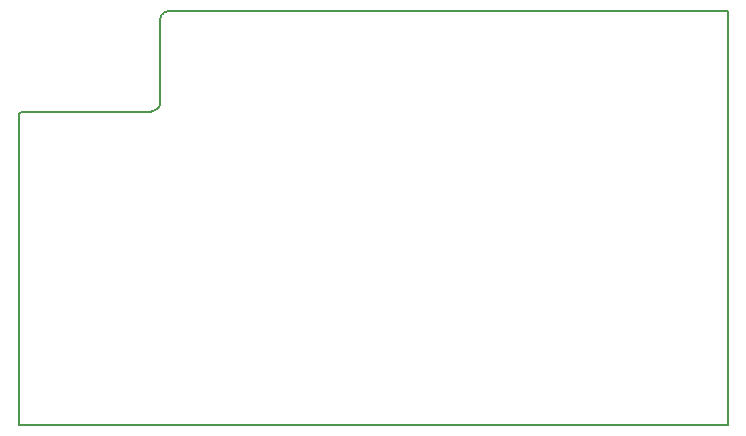
<source format=gko>
G04*
G04 #@! TF.GenerationSoftware,Altium Limited,Altium Designer,18.0.12 (696)*
G04*
G04 Layer_Color=16711935*
%FSLAX44Y44*%
%MOMM*%
G71*
G01*
G75*
%ADD20C,0.1520*%
D20*
Y261586D01*
Y0D02*
X600202D01*
Y350012D01*
X129000D02*
X600202D01*
X126828Y350000D02*
X129000Y350012D01*
X126156Y350000D02*
X126828Y350000D01*
X124837Y349738D02*
X126156Y350000D01*
X123594Y349223D02*
X124837Y349738D01*
X122476Y348475D02*
X123594Y349223D01*
X122000Y348000D02*
X122476Y348475D01*
X121524Y347524D02*
X122000Y348000D01*
X120777Y346406D02*
X121524Y347524D01*
X120262Y345163D02*
X120777Y346406D01*
X120000Y343844D02*
X120262Y345163D01*
X120000Y343172D02*
Y343844D01*
X120000Y274828D02*
X120000Y343172D01*
X120000Y274828D02*
X120053Y273918D01*
X119892Y272102D02*
X120053Y273918D01*
X119380Y270353D02*
X119892Y272102D01*
X118536Y268738D02*
X119380Y270353D01*
X118000Y268000D02*
X118536Y268738D01*
X117184Y267300D02*
X118000Y268000D01*
X115368Y266155D02*
X117184Y267300D01*
X113363Y265387D02*
X115368Y266155D01*
X111246Y265024D02*
X113363Y265387D01*
X110172Y265000D02*
X111246Y265024D01*
X3414Y265000D02*
X110172D01*
X3078Y265000D02*
X3414Y265000D01*
X2418Y264869D02*
X3078Y265000D01*
X1797Y264611D02*
X2418Y264869D01*
X1238Y264238D02*
X1797Y264611D01*
X1000Y264000D02*
X1238Y264238D01*
X762Y263762D02*
X1000Y264000D01*
X389Y263203D02*
X762Y263762D01*
X131Y262582D02*
X389Y263203D01*
X0Y261922D02*
X131Y262582D01*
X0Y261586D02*
Y261922D01*
M02*

</source>
